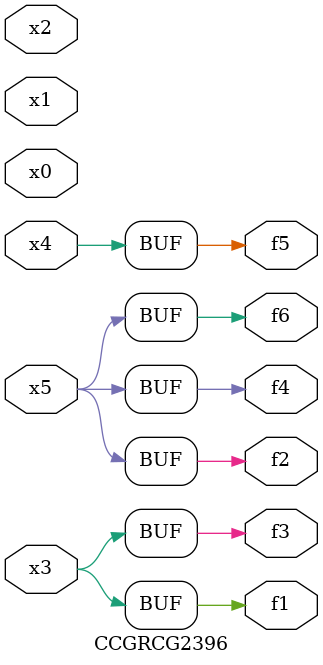
<source format=v>
module CCGRCG2396(
	input x0, x1, x2, x3, x4, x5,
	output f1, f2, f3, f4, f5, f6
);
	assign f1 = x3;
	assign f2 = x5;
	assign f3 = x3;
	assign f4 = x5;
	assign f5 = x4;
	assign f6 = x5;
endmodule

</source>
